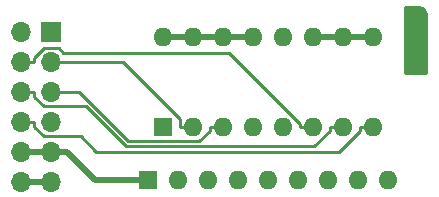
<source format=gbr>
G04 #@! TF.GenerationSoftware,KiCad,Pcbnew,5.99.0-unknown-r17121-d4cea0f2*
G04 #@! TF.CreationDate,2019-12-07T19:03:37-06:00*
G04 #@! TF.ProjectId,dip_switch_pmod,6469705f-7377-4697-9463-685f706d6f64,A*
G04 #@! TF.SameCoordinates,Original*
G04 #@! TF.FileFunction,Copper,L1,Top*
G04 #@! TF.FilePolarity,Positive*
%FSLAX46Y46*%
G04 Gerber Fmt 4.6, Leading zero omitted, Abs format (unit mm)*
G04 Created by KiCad (PCBNEW 5.99.0-unknown-r17121-d4cea0f2) date 2019-12-07 19:03:37*
%MOMM*%
%LPD*%
G04 APERTURE LIST*
%ADD10O,1.700000X1.700000*%
%ADD11R,1.700000X1.700000*%
%ADD12O,1.600000X1.600000*%
%ADD13R,1.600000X1.600000*%
%ADD14C,0.250000*%
%ADD15C,0.500000*%
%ADD16C,0.254000*%
G04 APERTURE END LIST*
D10*
X128255000Y-98005000D03*
X130795000Y-98005000D03*
X128255000Y-95465000D03*
X130795000Y-95465000D03*
X128255000Y-92925000D03*
X130795000Y-92925000D03*
X128255000Y-90385000D03*
X130795000Y-90385000D03*
X128255000Y-87845000D03*
X130795000Y-87845000D03*
X128255000Y-85305000D03*
D11*
X130795000Y-85305000D03*
D12*
X140335000Y-85725000D03*
X158115000Y-93345000D03*
X142875000Y-85725000D03*
X155575000Y-93345000D03*
X145415000Y-85725000D03*
X153035000Y-93345000D03*
X147955000Y-85725000D03*
X150495000Y-93345000D03*
X150495000Y-85725000D03*
X147955000Y-93345000D03*
X153035000Y-85725000D03*
X145415000Y-93345000D03*
X155575000Y-85725000D03*
X142875000Y-93345000D03*
X158115000Y-85725000D03*
D13*
X140335000Y-93345000D03*
D12*
X159385000Y-97790000D03*
X156845000Y-97790000D03*
X154305000Y-97790000D03*
X151765000Y-97790000D03*
X149225000Y-97790000D03*
X146685000Y-97790000D03*
X144145000Y-97790000D03*
X141605000Y-97790000D03*
D13*
X139065000Y-97790000D03*
D14*
X136953000Y-87845000D02*
X130795000Y-87845000D01*
X141749700Y-92641700D02*
X136953000Y-87845000D01*
X141749700Y-93345000D02*
X141749700Y-92641700D01*
X142875000Y-93345000D02*
X141749700Y-93345000D01*
X145415000Y-93345000D02*
X144289700Y-93345000D01*
X130795000Y-90385000D02*
X131970300Y-90385000D01*
X133244200Y-90385000D02*
X131970300Y-90385000D01*
X137377900Y-94518700D02*
X133244200Y-90385000D01*
X143397300Y-94518700D02*
X137377900Y-94518700D01*
X144289700Y-93626300D02*
X143397300Y-94518700D01*
X144289700Y-93345000D02*
X144289700Y-93626300D01*
X129430300Y-87477600D02*
X129430300Y-87845000D01*
X130238200Y-86669700D02*
X129430300Y-87477600D01*
X131519900Y-86669700D02*
X130238200Y-86669700D01*
X131889900Y-87039700D02*
X131519900Y-86669700D01*
X145885700Y-87039700D02*
X131889900Y-87039700D01*
X151909700Y-93063700D02*
X145885700Y-87039700D01*
X151909700Y-93345000D02*
X151909700Y-93063700D01*
X153035000Y-93345000D02*
X151909700Y-93345000D01*
X128255000Y-87845000D02*
X129430300Y-87845000D01*
X155575000Y-93345000D02*
X154449700Y-93345000D01*
X128255000Y-90385000D02*
X129430300Y-90385000D01*
X129430300Y-90752400D02*
X129430300Y-90385000D01*
X130238200Y-91560300D02*
X129430300Y-90752400D01*
X133782600Y-91560300D02*
X130238200Y-91560300D01*
X137191400Y-94969100D02*
X133782600Y-91560300D01*
X153106900Y-94969100D02*
X137191400Y-94969100D01*
X154449700Y-93626300D02*
X153106900Y-94969100D01*
X154449700Y-93345000D02*
X154449700Y-93626300D01*
X129430300Y-93292400D02*
X129430300Y-92925000D01*
X130238200Y-94100300D02*
X129430300Y-93292400D01*
X133366700Y-94100300D02*
X130238200Y-94100300D01*
X134685900Y-95419500D02*
X133366700Y-94100300D01*
X155196500Y-95419500D02*
X134685900Y-95419500D01*
X156989700Y-93626300D02*
X155196500Y-95419500D01*
X156989700Y-93345000D02*
X156989700Y-93626300D01*
X158115000Y-93345000D02*
X156989700Y-93345000D01*
X128255000Y-92925000D02*
X129430300Y-92925000D01*
D15*
X139065000Y-97790000D02*
X137714700Y-97790000D01*
X134520300Y-97790000D02*
X137714700Y-97790000D01*
X132195300Y-95465000D02*
X134520300Y-97790000D01*
X131004400Y-95465000D02*
X132195300Y-95465000D01*
X131004400Y-95465000D02*
X130795000Y-95465000D01*
X130795000Y-95465000D02*
X128255000Y-95465000D01*
X158115000Y-85725000D02*
X155575000Y-85725000D01*
X155575000Y-85725000D02*
X153035000Y-85725000D01*
X147955000Y-85725000D02*
X145415000Y-85725000D01*
X145415000Y-85725000D02*
X142875000Y-85725000D01*
X142875000Y-85725000D02*
X140335000Y-85725000D01*
X130795000Y-98005000D02*
X128255000Y-98005000D01*
G36*
X161851851Y-83185139D02*
G01*
X161867796Y-83186659D01*
X162036252Y-83201693D01*
X162143984Y-83231165D01*
X162244796Y-83279250D01*
X162335503Y-83344430D01*
X162413226Y-83424633D01*
X162475527Y-83517348D01*
X162520421Y-83619617D01*
X162547676Y-83733143D01*
X162558150Y-83875769D01*
X162561001Y-83888790D01*
X162561001Y-88774000D01*
X160781000Y-88774000D01*
X160781000Y-83184000D01*
X161847265Y-83184000D01*
X161851851Y-83185139D01*
G37*
D16*
X161851851Y-83185139D02*
X161867796Y-83186659D01*
X162036252Y-83201693D01*
X162143984Y-83231165D01*
X162244796Y-83279250D01*
X162335503Y-83344430D01*
X162413226Y-83424633D01*
X162475527Y-83517348D01*
X162520421Y-83619617D01*
X162547676Y-83733143D01*
X162558150Y-83875769D01*
X162561001Y-83888790D01*
X162561001Y-88774000D01*
X160781000Y-88774000D01*
X160781000Y-83184000D01*
X161847265Y-83184000D01*
X161851851Y-83185139D01*
M02*

</source>
